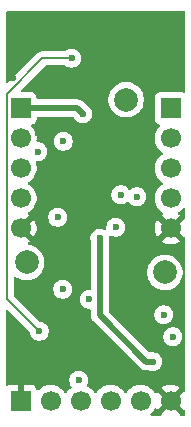
<source format=gbr>
%TF.GenerationSoftware,KiCad,Pcbnew,9.0.2*%
%TF.CreationDate,2025-10-14T12:10:58+02:00*%
%TF.ProjectId,1p6V_to_m1p6V_bias_gum,31703656-5f74-46f5-9f6d-317036565f62,rev?*%
%TF.SameCoordinates,Original*%
%TF.FileFunction,Copper,L3,Inr*%
%TF.FilePolarity,Positive*%
%FSLAX46Y46*%
G04 Gerber Fmt 4.6, Leading zero omitted, Abs format (unit mm)*
G04 Created by KiCad (PCBNEW 9.0.2) date 2025-10-14 12:10:58*
%MOMM*%
%LPD*%
G01*
G04 APERTURE LIST*
%TA.AperFunction,ComponentPad*%
%ADD10C,2.000000*%
%TD*%
%TA.AperFunction,ComponentPad*%
%ADD11R,1.700000X1.700000*%
%TD*%
%TA.AperFunction,ComponentPad*%
%ADD12C,1.700000*%
%TD*%
%TA.AperFunction,ViaPad*%
%ADD13C,0.600000*%
%TD*%
%TA.AperFunction,Conductor*%
%ADD14C,0.500000*%
%TD*%
%TA.AperFunction,Conductor*%
%ADD15C,0.200000*%
%TD*%
G04 APERTURE END LIST*
D10*
%TO.N,/3.3VA*%
%TO.C,TP1*%
X82750000Y-75200000D03*
%TD*%
D11*
%TO.N,/5V*%
%TO.C,CG1*%
X82240000Y-62150000D03*
D12*
%TO.N,/3.3V*%
X82240000Y-64690000D03*
%TO.N,/SDA*%
X82240000Y-67230000D03*
%TO.N,/SCL*%
X82240000Y-69770000D03*
%TO.N,GND*%
X82240000Y-72310000D03*
D11*
%TO.N,/5V*%
X94940000Y-62150000D03*
D12*
%TO.N,unconnected-(CG1-VDDIO-PadB2)*%
X94940000Y-64690000D03*
%TO.N,/-5V*%
X94940000Y-67230000D03*
%TO.N,/enable*%
X94940000Y-69770000D03*
%TO.N,GND*%
X94940000Y-72310000D03*
D11*
X82240000Y-86915000D03*
D12*
%TO.N,/V_bias*%
X84780000Y-86915000D03*
X87320000Y-86915000D03*
%TO.N,/Vout_diff*%
X89860000Y-86915000D03*
%TO.N,/Vout_B*%
X92400000Y-86915000D03*
%TO.N,GND*%
X94940000Y-86915000D03*
%TD*%
D10*
%TO.N,/V_bias*%
%TO.C,TP4*%
X91175000Y-61425000D03*
%TD*%
%TO.N,/-3.3VA*%
%TO.C,TP2*%
X94450000Y-76050000D03*
%TD*%
D13*
%TO.N,GND*%
X90050000Y-75575000D03*
X83700000Y-64275000D03*
X85377500Y-58997500D03*
X93720000Y-85730000D03*
X95370000Y-58380000D03*
X92250000Y-74375000D03*
X86330000Y-69450000D03*
X81630000Y-59580000D03*
X90125000Y-82375000D03*
X95390000Y-59620000D03*
X93425000Y-63800000D03*
X95390000Y-55980000D03*
X81630000Y-57200000D03*
X87950000Y-66300000D03*
X81630000Y-55940000D03*
X93450000Y-60825000D03*
X92625000Y-78675000D03*
X81610000Y-58340000D03*
X95390000Y-57240000D03*
%TO.N,/enable*%
X95120000Y-81490000D03*
X90300000Y-72225000D03*
X90719975Y-69480025D03*
%TO.N,/5V*%
X88950000Y-73135000D03*
X93420000Y-83600000D03*
X87500000Y-62625000D03*
%TO.N,/-5V*%
X92081251Y-69631251D03*
%TO.N,/3.3VA*%
X88060000Y-78330000D03*
X94350000Y-79625000D03*
X85375000Y-71375000D03*
%TO.N,/V_bias*%
X86550000Y-57925000D03*
X83820000Y-81030000D03*
%TO.N,Net-(U1-FB)*%
X87160000Y-85170000D03*
X85810000Y-77470000D03*
%TO.N,/SCL*%
X85857500Y-64950000D03*
%TO.N,/SDA*%
X83707264Y-65822753D03*
%TD*%
D14*
%TO.N,/5V*%
X93420000Y-83600000D02*
X92875000Y-83600000D01*
X87500000Y-62625000D02*
X87025000Y-62150000D01*
X88950000Y-79675000D02*
X88950000Y-73135000D01*
X92875000Y-83600000D02*
X88950000Y-79675000D01*
X87025000Y-62150000D02*
X82240000Y-62150000D01*
D15*
%TO.N,/V_bias*%
X81081000Y-60919000D02*
X81081000Y-75100000D01*
X81081000Y-78291000D02*
X83820000Y-81030000D01*
X84075000Y-57925000D02*
X81081000Y-60919000D01*
X81081000Y-75100000D02*
X81125000Y-75100000D01*
X86550000Y-57925000D02*
X84075000Y-57925000D01*
X81081000Y-75100000D02*
X81081000Y-78291000D01*
%TD*%
%TA.AperFunction,Conductor*%
%TO.N,GND*%
G36*
X94474075Y-87107993D02*
G01*
X94539901Y-87222007D01*
X94632993Y-87315099D01*
X94747007Y-87380925D01*
X94810590Y-87397962D01*
X94178282Y-88030269D01*
X94179109Y-88040770D01*
X94164745Y-88109148D01*
X94115694Y-88158905D01*
X94055491Y-88174500D01*
X93345689Y-88174500D01*
X93278650Y-88154815D01*
X93232895Y-88102011D01*
X93222951Y-88032853D01*
X93251976Y-87969297D01*
X93272804Y-87950181D01*
X93279792Y-87945104D01*
X93430104Y-87794792D01*
X93430106Y-87794788D01*
X93430109Y-87794786D01*
X93506055Y-87690254D01*
X93555051Y-87622816D01*
X93559793Y-87613508D01*
X93607763Y-87562711D01*
X93675583Y-87545911D01*
X93741719Y-87568445D01*
X93780763Y-87613500D01*
X93785373Y-87622547D01*
X93824728Y-87676716D01*
X94457037Y-87044408D01*
X94474075Y-87107993D01*
G37*
%TD.AperFunction*%
%TA.AperFunction,Conductor*%
G36*
X96055269Y-87676716D02*
G01*
X96065770Y-87675890D01*
X96134148Y-87690254D01*
X96183905Y-87739305D01*
X96199500Y-87799508D01*
X96199500Y-88050500D01*
X96179815Y-88117539D01*
X96127011Y-88163294D01*
X96075500Y-88174500D01*
X95824509Y-88174500D01*
X95757470Y-88154815D01*
X95711715Y-88102011D01*
X95700891Y-88040772D01*
X95701717Y-88030270D01*
X95069408Y-87397962D01*
X95132993Y-87380925D01*
X95247007Y-87315099D01*
X95340099Y-87222007D01*
X95405925Y-87107993D01*
X95422962Y-87044408D01*
X96055269Y-87676716D01*
G37*
%TD.AperFunction*%
%TA.AperFunction,Conductor*%
G36*
X96142539Y-53950185D02*
G01*
X96188294Y-54002989D01*
X96199500Y-54054500D01*
X96199500Y-60739960D01*
X96179815Y-60806999D01*
X96127011Y-60852754D01*
X96057853Y-60862698D01*
X96032167Y-60856142D01*
X95897482Y-60805908D01*
X95897483Y-60805908D01*
X95837883Y-60799501D01*
X95837881Y-60799500D01*
X95837873Y-60799500D01*
X95837864Y-60799500D01*
X94042129Y-60799500D01*
X94042123Y-60799501D01*
X93982516Y-60805908D01*
X93847671Y-60856202D01*
X93847664Y-60856206D01*
X93732455Y-60942452D01*
X93732452Y-60942455D01*
X93646206Y-61057664D01*
X93646202Y-61057671D01*
X93595908Y-61192517D01*
X93589501Y-61252116D01*
X93589501Y-61252123D01*
X93589500Y-61252135D01*
X93589500Y-63047870D01*
X93589501Y-63047876D01*
X93595908Y-63107483D01*
X93646202Y-63242328D01*
X93646206Y-63242335D01*
X93732452Y-63357544D01*
X93732455Y-63357547D01*
X93847664Y-63443793D01*
X93847671Y-63443797D01*
X93979082Y-63492810D01*
X94035016Y-63534681D01*
X94059433Y-63600145D01*
X94044582Y-63668418D01*
X94023431Y-63696673D01*
X93909889Y-63810215D01*
X93784951Y-63982179D01*
X93688444Y-64171585D01*
X93622753Y-64373760D01*
X93589500Y-64583713D01*
X93589500Y-64796286D01*
X93615838Y-64962581D01*
X93622754Y-65006243D01*
X93657559Y-65113362D01*
X93688444Y-65208414D01*
X93784951Y-65397820D01*
X93909890Y-65569786D01*
X94060213Y-65720109D01*
X94232182Y-65845050D01*
X94240946Y-65849516D01*
X94291742Y-65897491D01*
X94308536Y-65965312D01*
X94285998Y-66031447D01*
X94240946Y-66070484D01*
X94232182Y-66074949D01*
X94060213Y-66199890D01*
X93909890Y-66350213D01*
X93784951Y-66522179D01*
X93688444Y-66711585D01*
X93622753Y-66913760D01*
X93589500Y-67123713D01*
X93589500Y-67336286D01*
X93622753Y-67546239D01*
X93688444Y-67748414D01*
X93784951Y-67937820D01*
X93909890Y-68109786D01*
X94060213Y-68260109D01*
X94232182Y-68385050D01*
X94240946Y-68389516D01*
X94291742Y-68437491D01*
X94308536Y-68505312D01*
X94285998Y-68571447D01*
X94240946Y-68610484D01*
X94232182Y-68614949D01*
X94060213Y-68739890D01*
X93909890Y-68890213D01*
X93784951Y-69062179D01*
X93688444Y-69251585D01*
X93622753Y-69453760D01*
X93589500Y-69663713D01*
X93589500Y-69876286D01*
X93617597Y-70053687D01*
X93622754Y-70086243D01*
X93685880Y-70280525D01*
X93688444Y-70288414D01*
X93784951Y-70477820D01*
X93909890Y-70649786D01*
X94060213Y-70800109D01*
X94232179Y-70925048D01*
X94232181Y-70925049D01*
X94232184Y-70925051D01*
X94241493Y-70929794D01*
X94292290Y-70977766D01*
X94309087Y-71045587D01*
X94286552Y-71111722D01*
X94241505Y-71150760D01*
X94232446Y-71155376D01*
X94232440Y-71155380D01*
X94178282Y-71194727D01*
X94178282Y-71194728D01*
X94810591Y-71827037D01*
X94747007Y-71844075D01*
X94632993Y-71909901D01*
X94539901Y-72002993D01*
X94474075Y-72117007D01*
X94457037Y-72180591D01*
X93824728Y-71548282D01*
X93824727Y-71548282D01*
X93785380Y-71602439D01*
X93688904Y-71791782D01*
X93623242Y-71993869D01*
X93623242Y-71993872D01*
X93590000Y-72203753D01*
X93590000Y-72416246D01*
X93623242Y-72626127D01*
X93623242Y-72626130D01*
X93688904Y-72828217D01*
X93785375Y-73017550D01*
X93824728Y-73071716D01*
X94457037Y-72439408D01*
X94474075Y-72502993D01*
X94539901Y-72617007D01*
X94632993Y-72710099D01*
X94747007Y-72775925D01*
X94810590Y-72792962D01*
X94178282Y-73425269D01*
X94178282Y-73425270D01*
X94232449Y-73464624D01*
X94421782Y-73561095D01*
X94623870Y-73626757D01*
X94833754Y-73660000D01*
X95046246Y-73660000D01*
X95256127Y-73626757D01*
X95256130Y-73626757D01*
X95458217Y-73561095D01*
X95647554Y-73464622D01*
X95701716Y-73425270D01*
X95701717Y-73425270D01*
X95069408Y-72792962D01*
X95132993Y-72775925D01*
X95247007Y-72710099D01*
X95340099Y-72617007D01*
X95405925Y-72502993D01*
X95422962Y-72439408D01*
X96055269Y-73071716D01*
X96065770Y-73070890D01*
X96134148Y-73085254D01*
X96183905Y-73134305D01*
X96199500Y-73194508D01*
X96199500Y-86030490D01*
X96179815Y-86097529D01*
X96127011Y-86143284D01*
X96065772Y-86154108D01*
X96055270Y-86153281D01*
X95422962Y-86785590D01*
X95405925Y-86722007D01*
X95340099Y-86607993D01*
X95247007Y-86514901D01*
X95132993Y-86449075D01*
X95069409Y-86432037D01*
X95701716Y-85799728D01*
X95647550Y-85760375D01*
X95458217Y-85663904D01*
X95256129Y-85598242D01*
X95046246Y-85565000D01*
X94833754Y-85565000D01*
X94623872Y-85598242D01*
X94623869Y-85598242D01*
X94421782Y-85663904D01*
X94232439Y-85760380D01*
X94178282Y-85799727D01*
X94178282Y-85799728D01*
X94810591Y-86432037D01*
X94747007Y-86449075D01*
X94632993Y-86514901D01*
X94539901Y-86607993D01*
X94474075Y-86722007D01*
X94457037Y-86785591D01*
X93824728Y-86153282D01*
X93824727Y-86153282D01*
X93785380Y-86207440D01*
X93785376Y-86207446D01*
X93780760Y-86216505D01*
X93732781Y-86267297D01*
X93664959Y-86284087D01*
X93598826Y-86261543D01*
X93559794Y-86216493D01*
X93555051Y-86207184D01*
X93555049Y-86207181D01*
X93555048Y-86207179D01*
X93430109Y-86035213D01*
X93279786Y-85884890D01*
X93107820Y-85759951D01*
X92918414Y-85663444D01*
X92918413Y-85663443D01*
X92918412Y-85663443D01*
X92716243Y-85597754D01*
X92716241Y-85597753D01*
X92716240Y-85597753D01*
X92554957Y-85572208D01*
X92506287Y-85564500D01*
X92293713Y-85564500D01*
X92245042Y-85572208D01*
X92083760Y-85597753D01*
X91881585Y-85663444D01*
X91692179Y-85759951D01*
X91520213Y-85884890D01*
X91369890Y-86035213D01*
X91244949Y-86207182D01*
X91240484Y-86215946D01*
X91192509Y-86266742D01*
X91124688Y-86283536D01*
X91058553Y-86260998D01*
X91019516Y-86215946D01*
X91015050Y-86207182D01*
X90890109Y-86035213D01*
X90739786Y-85884890D01*
X90567820Y-85759951D01*
X90378414Y-85663444D01*
X90378413Y-85663443D01*
X90378412Y-85663443D01*
X90176243Y-85597754D01*
X90176241Y-85597753D01*
X90176240Y-85597753D01*
X90014957Y-85572208D01*
X89966287Y-85564500D01*
X89753713Y-85564500D01*
X89705042Y-85572208D01*
X89543760Y-85597753D01*
X89341585Y-85663444D01*
X89152179Y-85759951D01*
X88980213Y-85884890D01*
X88829890Y-86035213D01*
X88704949Y-86207182D01*
X88700484Y-86215946D01*
X88652509Y-86266742D01*
X88584688Y-86283536D01*
X88518553Y-86260998D01*
X88479516Y-86215946D01*
X88475050Y-86207182D01*
X88350109Y-86035213D01*
X88199786Y-85884890D01*
X88027819Y-85759951D01*
X88027818Y-85759950D01*
X88027816Y-85759949D01*
X87927044Y-85708603D01*
X87876248Y-85660628D01*
X87859453Y-85592807D01*
X87868778Y-85550665D01*
X87869394Y-85549179D01*
X87929737Y-85403497D01*
X87960500Y-85248842D01*
X87960500Y-85091158D01*
X87960500Y-85091155D01*
X87960499Y-85091153D01*
X87929738Y-84936510D01*
X87929737Y-84936503D01*
X87929735Y-84936498D01*
X87869397Y-84790827D01*
X87869390Y-84790814D01*
X87781789Y-84659711D01*
X87781786Y-84659707D01*
X87670292Y-84548213D01*
X87670288Y-84548210D01*
X87539185Y-84460609D01*
X87539172Y-84460602D01*
X87393501Y-84400264D01*
X87393489Y-84400261D01*
X87238845Y-84369500D01*
X87238842Y-84369500D01*
X87081158Y-84369500D01*
X87081155Y-84369500D01*
X86926510Y-84400261D01*
X86926498Y-84400264D01*
X86780827Y-84460602D01*
X86780814Y-84460609D01*
X86649711Y-84548210D01*
X86649707Y-84548213D01*
X86538213Y-84659707D01*
X86538210Y-84659711D01*
X86450609Y-84790814D01*
X86450602Y-84790827D01*
X86390264Y-84936498D01*
X86390261Y-84936510D01*
X86359500Y-85091153D01*
X86359500Y-85248846D01*
X86390261Y-85403489D01*
X86390264Y-85403501D01*
X86450602Y-85549172D01*
X86450612Y-85549190D01*
X86531979Y-85670965D01*
X86552857Y-85737642D01*
X86534372Y-85805022D01*
X86501763Y-85840173D01*
X86440209Y-85884894D01*
X86289890Y-86035213D01*
X86164949Y-86207182D01*
X86160484Y-86215946D01*
X86112509Y-86266742D01*
X86044688Y-86283536D01*
X85978553Y-86260998D01*
X85939516Y-86215946D01*
X85935050Y-86207182D01*
X85810109Y-86035213D01*
X85659786Y-85884890D01*
X85487820Y-85759951D01*
X85298414Y-85663444D01*
X85298413Y-85663443D01*
X85298412Y-85663443D01*
X85096243Y-85597754D01*
X85096241Y-85597753D01*
X85096240Y-85597753D01*
X84934957Y-85572208D01*
X84886287Y-85564500D01*
X84673713Y-85564500D01*
X84625042Y-85572208D01*
X84463760Y-85597753D01*
X84261585Y-85663444D01*
X84072179Y-85759951D01*
X83900215Y-85884889D01*
X83786285Y-85998819D01*
X83724962Y-86032303D01*
X83655270Y-86027319D01*
X83599337Y-85985447D01*
X83582422Y-85954470D01*
X83533354Y-85822913D01*
X83533350Y-85822906D01*
X83447190Y-85707812D01*
X83447187Y-85707809D01*
X83332093Y-85621649D01*
X83332086Y-85621645D01*
X83197379Y-85571403D01*
X83197372Y-85571401D01*
X83137844Y-85565000D01*
X82490000Y-85565000D01*
X82490000Y-86481988D01*
X82432993Y-86449075D01*
X82305826Y-86415000D01*
X82174174Y-86415000D01*
X82047007Y-86449075D01*
X81990000Y-86481988D01*
X81990000Y-85565000D01*
X81342155Y-85565000D01*
X81282627Y-85571401D01*
X81282619Y-85571403D01*
X81147833Y-85621675D01*
X81078141Y-85626659D01*
X81016818Y-85593174D01*
X80983334Y-85531850D01*
X80980500Y-85505493D01*
X80980500Y-79339097D01*
X81000185Y-79272058D01*
X81052989Y-79226303D01*
X81122147Y-79216359D01*
X81185703Y-79245384D01*
X81192181Y-79251416D01*
X82985425Y-81044660D01*
X83018910Y-81105983D01*
X83019361Y-81108149D01*
X83050261Y-81263491D01*
X83050264Y-81263501D01*
X83110602Y-81409172D01*
X83110609Y-81409185D01*
X83198210Y-81540288D01*
X83198213Y-81540292D01*
X83309707Y-81651786D01*
X83309711Y-81651789D01*
X83440814Y-81739390D01*
X83440827Y-81739397D01*
X83586498Y-81799735D01*
X83586503Y-81799737D01*
X83741153Y-81830499D01*
X83741156Y-81830500D01*
X83741158Y-81830500D01*
X83898844Y-81830500D01*
X83898845Y-81830499D01*
X84053497Y-81799737D01*
X84199179Y-81739394D01*
X84330289Y-81651789D01*
X84441789Y-81540289D01*
X84529394Y-81409179D01*
X84589737Y-81263497D01*
X84620500Y-81108842D01*
X84620500Y-80951158D01*
X84620500Y-80951155D01*
X84620499Y-80951153D01*
X84604001Y-80868213D01*
X84589737Y-80796503D01*
X84558157Y-80720261D01*
X84529397Y-80650827D01*
X84529390Y-80650814D01*
X84441789Y-80519711D01*
X84441786Y-80519707D01*
X84330292Y-80408213D01*
X84330288Y-80408210D01*
X84199185Y-80320609D01*
X84199172Y-80320602D01*
X84053501Y-80260264D01*
X84053491Y-80260261D01*
X83898149Y-80229361D01*
X83836238Y-80196976D01*
X83834660Y-80195425D01*
X81717819Y-78078584D01*
X81684334Y-78017261D01*
X81681500Y-77990903D01*
X81681500Y-77391153D01*
X85009500Y-77391153D01*
X85009500Y-77548846D01*
X85040261Y-77703489D01*
X85040264Y-77703501D01*
X85100602Y-77849172D01*
X85100609Y-77849185D01*
X85188210Y-77980288D01*
X85188213Y-77980292D01*
X85299707Y-78091786D01*
X85299711Y-78091789D01*
X85430814Y-78179390D01*
X85430827Y-78179397D01*
X85576498Y-78239735D01*
X85576503Y-78239737D01*
X85731153Y-78270499D01*
X85731156Y-78270500D01*
X85731158Y-78270500D01*
X85888844Y-78270500D01*
X85888845Y-78270499D01*
X85986105Y-78251153D01*
X87259500Y-78251153D01*
X87259500Y-78408846D01*
X87290261Y-78563489D01*
X87290264Y-78563501D01*
X87350602Y-78709172D01*
X87350609Y-78709185D01*
X87438210Y-78840288D01*
X87438213Y-78840292D01*
X87549707Y-78951786D01*
X87549711Y-78951789D01*
X87680814Y-79039390D01*
X87680827Y-79039397D01*
X87826498Y-79099735D01*
X87826503Y-79099737D01*
X87920499Y-79118434D01*
X87981153Y-79130499D01*
X87981156Y-79130500D01*
X88075500Y-79130500D01*
X88142539Y-79150185D01*
X88188294Y-79202989D01*
X88199500Y-79254500D01*
X88199500Y-79748918D01*
X88199500Y-79748920D01*
X88199499Y-79748920D01*
X88228340Y-79893907D01*
X88228343Y-79893917D01*
X88284913Y-80030490D01*
X88284916Y-80030495D01*
X88301695Y-80055608D01*
X88367046Y-80153414D01*
X88367052Y-80153421D01*
X92396580Y-84182948D01*
X92396584Y-84182951D01*
X92519498Y-84265080D01*
X92519511Y-84265087D01*
X92626469Y-84309390D01*
X92656087Y-84321658D01*
X92656091Y-84321658D01*
X92656092Y-84321659D01*
X92801079Y-84350500D01*
X92801082Y-84350500D01*
X92948917Y-84350500D01*
X93115396Y-84350500D01*
X93162844Y-84359937D01*
X93186503Y-84369737D01*
X93186508Y-84369738D01*
X93186511Y-84369739D01*
X93341153Y-84400499D01*
X93341156Y-84400500D01*
X93341158Y-84400500D01*
X93498844Y-84400500D01*
X93498845Y-84400499D01*
X93653497Y-84369737D01*
X93799179Y-84309394D01*
X93930289Y-84221789D01*
X94041789Y-84110289D01*
X94129394Y-83979179D01*
X94189737Y-83833497D01*
X94220500Y-83678842D01*
X94220500Y-83521158D01*
X94220500Y-83521155D01*
X94220499Y-83521153D01*
X94189738Y-83366510D01*
X94189737Y-83366503D01*
X94189735Y-83366498D01*
X94129397Y-83220827D01*
X94129390Y-83220814D01*
X94041789Y-83089711D01*
X94041786Y-83089707D01*
X93930292Y-82978213D01*
X93930288Y-82978210D01*
X93799185Y-82890609D01*
X93799172Y-82890602D01*
X93653501Y-82830264D01*
X93653489Y-82830261D01*
X93498845Y-82799500D01*
X93498842Y-82799500D01*
X93341158Y-82799500D01*
X93341155Y-82799500D01*
X93234932Y-82820629D01*
X93165341Y-82814402D01*
X93123060Y-82786693D01*
X91829114Y-81492747D01*
X91747520Y-81411153D01*
X94319500Y-81411153D01*
X94319500Y-81568846D01*
X94350261Y-81723489D01*
X94350264Y-81723501D01*
X94410602Y-81869172D01*
X94410609Y-81869185D01*
X94498210Y-82000288D01*
X94498213Y-82000292D01*
X94609707Y-82111786D01*
X94609711Y-82111789D01*
X94740814Y-82199390D01*
X94740827Y-82199397D01*
X94886498Y-82259735D01*
X94886503Y-82259737D01*
X95041153Y-82290499D01*
X95041156Y-82290500D01*
X95041158Y-82290500D01*
X95198844Y-82290500D01*
X95198845Y-82290499D01*
X95353497Y-82259737D01*
X95499179Y-82199394D01*
X95630289Y-82111789D01*
X95741789Y-82000289D01*
X95829394Y-81869179D01*
X95889737Y-81723497D01*
X95920500Y-81568842D01*
X95920500Y-81411158D01*
X95920500Y-81411155D01*
X95920499Y-81411153D01*
X95891127Y-81263491D01*
X95889737Y-81256503D01*
X95889735Y-81256498D01*
X95829397Y-81110827D01*
X95829390Y-81110814D01*
X95741789Y-80979711D01*
X95741786Y-80979707D01*
X95630292Y-80868213D01*
X95630288Y-80868210D01*
X95499185Y-80780609D01*
X95499172Y-80780602D01*
X95353501Y-80720264D01*
X95353489Y-80720261D01*
X95198845Y-80689500D01*
X95198842Y-80689500D01*
X95041158Y-80689500D01*
X95041155Y-80689500D01*
X94886510Y-80720261D01*
X94886498Y-80720264D01*
X94740827Y-80780602D01*
X94740814Y-80780609D01*
X94609711Y-80868210D01*
X94609707Y-80868213D01*
X94498213Y-80979707D01*
X94498210Y-80979711D01*
X94410609Y-81110814D01*
X94410602Y-81110827D01*
X94350264Y-81256498D01*
X94350261Y-81256510D01*
X94319500Y-81411153D01*
X91747520Y-81411153D01*
X91415102Y-81078735D01*
X89882521Y-79546153D01*
X93549500Y-79546153D01*
X93549500Y-79703846D01*
X93580261Y-79858489D01*
X93580264Y-79858501D01*
X93640602Y-80004172D01*
X93640609Y-80004185D01*
X93728210Y-80135288D01*
X93728213Y-80135292D01*
X93839707Y-80246786D01*
X93839711Y-80246789D01*
X93970814Y-80334390D01*
X93970827Y-80334397D01*
X94116498Y-80394735D01*
X94116503Y-80394737D01*
X94271153Y-80425499D01*
X94271156Y-80425500D01*
X94271158Y-80425500D01*
X94428844Y-80425500D01*
X94428845Y-80425499D01*
X94583497Y-80394737D01*
X94729179Y-80334394D01*
X94860289Y-80246789D01*
X94971789Y-80135289D01*
X95059394Y-80004179D01*
X95119737Y-79858497D01*
X95150500Y-79703842D01*
X95150500Y-79546158D01*
X95150500Y-79546155D01*
X95150499Y-79546153D01*
X95119738Y-79391510D01*
X95119737Y-79391503D01*
X95061712Y-79251416D01*
X95059397Y-79245827D01*
X95059390Y-79245814D01*
X94971789Y-79114711D01*
X94971786Y-79114707D01*
X94860292Y-79003213D01*
X94860288Y-79003210D01*
X94729185Y-78915609D01*
X94729172Y-78915602D01*
X94583501Y-78855264D01*
X94583489Y-78855261D01*
X94428845Y-78824500D01*
X94428842Y-78824500D01*
X94271158Y-78824500D01*
X94271155Y-78824500D01*
X94116510Y-78855261D01*
X94116498Y-78855264D01*
X93970827Y-78915602D01*
X93970814Y-78915609D01*
X93839711Y-79003210D01*
X93839707Y-79003213D01*
X93728213Y-79114707D01*
X93728210Y-79114711D01*
X93640609Y-79245814D01*
X93640602Y-79245827D01*
X93580264Y-79391498D01*
X93580261Y-79391510D01*
X93549500Y-79546153D01*
X89882521Y-79546153D01*
X89736819Y-79400451D01*
X89703334Y-79339128D01*
X89700500Y-79312770D01*
X89700500Y-75931902D01*
X92949500Y-75931902D01*
X92949500Y-76168097D01*
X92986446Y-76401368D01*
X93059433Y-76625996D01*
X93166657Y-76836433D01*
X93305483Y-77027510D01*
X93472490Y-77194517D01*
X93663567Y-77333343D01*
X93762991Y-77384002D01*
X93874003Y-77440566D01*
X93874005Y-77440566D01*
X93874008Y-77440568D01*
X93994412Y-77479689D01*
X94098631Y-77513553D01*
X94331903Y-77550500D01*
X94331908Y-77550500D01*
X94568097Y-77550500D01*
X94801368Y-77513553D01*
X95025992Y-77440568D01*
X95236433Y-77333343D01*
X95427510Y-77194517D01*
X95594517Y-77027510D01*
X95733343Y-76836433D01*
X95840568Y-76625992D01*
X95913553Y-76401368D01*
X95936969Y-76253527D01*
X95950500Y-76168097D01*
X95950500Y-75931902D01*
X95913553Y-75698631D01*
X95840566Y-75474003D01*
X95733342Y-75263566D01*
X95594517Y-75072490D01*
X95427510Y-74905483D01*
X95236433Y-74766657D01*
X95025996Y-74659433D01*
X94801368Y-74586446D01*
X94568097Y-74549500D01*
X94568092Y-74549500D01*
X94331908Y-74549500D01*
X94331903Y-74549500D01*
X94098631Y-74586446D01*
X93874003Y-74659433D01*
X93663566Y-74766657D01*
X93554550Y-74845862D01*
X93472490Y-74905483D01*
X93472488Y-74905485D01*
X93472487Y-74905485D01*
X93305485Y-75072487D01*
X93305485Y-75072488D01*
X93305483Y-75072490D01*
X93245862Y-75154550D01*
X93166657Y-75263566D01*
X93059433Y-75474003D01*
X92986446Y-75698631D01*
X92949500Y-75931902D01*
X89700500Y-75931902D01*
X89700500Y-73439604D01*
X89700820Y-73437555D01*
X89700539Y-73436498D01*
X89702251Y-73428421D01*
X89706435Y-73401700D01*
X89707989Y-73396857D01*
X89719737Y-73368497D01*
X89750500Y-73213842D01*
X89750500Y-73056158D01*
X89750500Y-73050066D01*
X89753209Y-73050066D01*
X89764049Y-72992906D01*
X89812113Y-72942195D01*
X89879964Y-72925519D01*
X89921884Y-72934834D01*
X90066503Y-72994737D01*
X90221153Y-73025499D01*
X90221156Y-73025500D01*
X90221158Y-73025500D01*
X90378844Y-73025500D01*
X90378845Y-73025499D01*
X90533497Y-72994737D01*
X90660346Y-72942195D01*
X90679172Y-72934397D01*
X90679172Y-72934396D01*
X90679179Y-72934394D01*
X90810289Y-72846789D01*
X90921789Y-72735289D01*
X91009394Y-72604179D01*
X91069737Y-72458497D01*
X91100500Y-72303842D01*
X91100500Y-72146158D01*
X91100500Y-72146155D01*
X91100499Y-72146153D01*
X91080486Y-72045541D01*
X91069737Y-71991503D01*
X91035937Y-71909901D01*
X91009397Y-71845827D01*
X91009390Y-71845814D01*
X90921789Y-71714711D01*
X90921786Y-71714707D01*
X90810292Y-71603213D01*
X90810288Y-71603210D01*
X90679185Y-71515609D01*
X90679172Y-71515602D01*
X90533501Y-71455264D01*
X90533489Y-71455261D01*
X90378845Y-71424500D01*
X90378842Y-71424500D01*
X90221158Y-71424500D01*
X90221155Y-71424500D01*
X90066510Y-71455261D01*
X90066498Y-71455264D01*
X89920827Y-71515602D01*
X89920814Y-71515609D01*
X89789711Y-71603210D01*
X89789707Y-71603213D01*
X89678213Y-71714707D01*
X89678210Y-71714711D01*
X89590609Y-71845814D01*
X89590602Y-71845827D01*
X89530264Y-71991498D01*
X89530261Y-71991510D01*
X89499500Y-72146153D01*
X89499500Y-72309934D01*
X89496821Y-72309934D01*
X89485875Y-72367240D01*
X89437743Y-72417887D01*
X89369870Y-72434472D01*
X89328113Y-72425164D01*
X89183501Y-72365264D01*
X89183489Y-72365261D01*
X89028845Y-72334500D01*
X89028842Y-72334500D01*
X88871158Y-72334500D01*
X88871155Y-72334500D01*
X88716510Y-72365261D01*
X88716498Y-72365264D01*
X88570827Y-72425602D01*
X88570814Y-72425609D01*
X88439711Y-72513210D01*
X88439707Y-72513213D01*
X88328213Y-72624707D01*
X88328210Y-72624711D01*
X88240609Y-72755814D01*
X88240602Y-72755827D01*
X88180264Y-72901498D01*
X88180261Y-72901510D01*
X88149500Y-73056153D01*
X88149500Y-73213846D01*
X88180261Y-73368489D01*
X88180263Y-73368497D01*
X88190061Y-73392151D01*
X88199500Y-73439604D01*
X88199500Y-77405500D01*
X88179815Y-77472539D01*
X88127011Y-77518294D01*
X88075500Y-77529500D01*
X87981155Y-77529500D01*
X87826510Y-77560261D01*
X87826498Y-77560264D01*
X87680827Y-77620602D01*
X87680814Y-77620609D01*
X87549711Y-77708210D01*
X87549707Y-77708213D01*
X87438213Y-77819707D01*
X87438210Y-77819711D01*
X87350609Y-77950814D01*
X87350602Y-77950827D01*
X87290264Y-78096498D01*
X87290261Y-78096510D01*
X87259500Y-78251153D01*
X85986105Y-78251153D01*
X86043497Y-78239737D01*
X86189179Y-78179394D01*
X86189185Y-78179390D01*
X86245198Y-78141964D01*
X86284691Y-78115574D01*
X86320289Y-78091789D01*
X86431789Y-77980289D01*
X86519394Y-77849179D01*
X86579737Y-77703497D01*
X86610500Y-77548842D01*
X86610500Y-77391158D01*
X86610500Y-77391155D01*
X86610499Y-77391153D01*
X86599000Y-77333343D01*
X86579737Y-77236503D01*
X86562345Y-77194514D01*
X86519397Y-77090827D01*
X86519390Y-77090814D01*
X86431789Y-76959711D01*
X86431786Y-76959707D01*
X86320292Y-76848213D01*
X86320288Y-76848210D01*
X86189185Y-76760609D01*
X86189172Y-76760602D01*
X86043501Y-76700264D01*
X86043489Y-76700261D01*
X85888845Y-76669500D01*
X85888842Y-76669500D01*
X85731158Y-76669500D01*
X85731155Y-76669500D01*
X85576510Y-76700261D01*
X85576498Y-76700264D01*
X85430827Y-76760602D01*
X85430814Y-76760609D01*
X85299711Y-76848210D01*
X85299707Y-76848213D01*
X85188213Y-76959707D01*
X85188210Y-76959711D01*
X85100609Y-77090814D01*
X85100602Y-77090827D01*
X85040264Y-77236498D01*
X85040261Y-77236510D01*
X85009500Y-77391153D01*
X81681500Y-77391153D01*
X81681500Y-76521772D01*
X81701185Y-76454733D01*
X81753989Y-76408978D01*
X81823147Y-76399034D01*
X81878386Y-76421455D01*
X81963562Y-76483340D01*
X81963564Y-76483341D01*
X81963567Y-76483343D01*
X82038988Y-76521772D01*
X82174003Y-76590566D01*
X82174005Y-76590566D01*
X82174008Y-76590568D01*
X82283032Y-76625992D01*
X82398631Y-76663553D01*
X82631903Y-76700500D01*
X82631908Y-76700500D01*
X82868097Y-76700500D01*
X83101368Y-76663553D01*
X83325992Y-76590568D01*
X83536433Y-76483343D01*
X83727510Y-76344517D01*
X83894517Y-76177510D01*
X84033343Y-75986433D01*
X84140568Y-75775992D01*
X84213553Y-75551368D01*
X84225806Y-75474008D01*
X84250500Y-75318097D01*
X84250500Y-75081902D01*
X84213553Y-74848631D01*
X84140566Y-74624003D01*
X84033342Y-74413566D01*
X83894517Y-74222490D01*
X83727510Y-74055483D01*
X83536433Y-73916657D01*
X83325996Y-73809433D01*
X83101369Y-73736447D01*
X82953985Y-73713103D01*
X82890851Y-73683173D01*
X82853920Y-73623862D01*
X82854918Y-73553999D01*
X82893528Y-73495767D01*
X82917091Y-73480144D01*
X82947554Y-73464622D01*
X83001716Y-73425270D01*
X83001717Y-73425270D01*
X82369409Y-72792962D01*
X82432993Y-72775925D01*
X82547007Y-72710099D01*
X82640099Y-72617007D01*
X82705925Y-72502993D01*
X82722962Y-72439408D01*
X83355270Y-73071717D01*
X83355270Y-73071716D01*
X83394622Y-73017554D01*
X83491095Y-72828217D01*
X83556757Y-72626130D01*
X83556757Y-72626127D01*
X83590000Y-72416246D01*
X83590000Y-72203753D01*
X83556757Y-71993872D01*
X83556757Y-71993869D01*
X83491095Y-71791782D01*
X83394624Y-71602449D01*
X83355270Y-71548282D01*
X83355269Y-71548282D01*
X82722962Y-72180590D01*
X82705925Y-72117007D01*
X82640099Y-72002993D01*
X82547007Y-71909901D01*
X82432993Y-71844075D01*
X82369407Y-71827036D01*
X82900292Y-71296153D01*
X84574500Y-71296153D01*
X84574500Y-71453846D01*
X84605261Y-71608489D01*
X84605264Y-71608501D01*
X84665602Y-71754172D01*
X84665609Y-71754185D01*
X84753210Y-71885288D01*
X84753213Y-71885292D01*
X84864707Y-71996786D01*
X84864711Y-71996789D01*
X84995814Y-72084390D01*
X84995827Y-72084397D01*
X85074556Y-72117007D01*
X85141503Y-72144737D01*
X85296153Y-72175499D01*
X85296156Y-72175500D01*
X85296158Y-72175500D01*
X85453844Y-72175500D01*
X85453845Y-72175499D01*
X85608497Y-72144737D01*
X85754179Y-72084394D01*
X85885289Y-71996789D01*
X85996789Y-71885289D01*
X86084394Y-71754179D01*
X86144737Y-71608497D01*
X86175500Y-71453842D01*
X86175500Y-71296158D01*
X86175500Y-71296155D01*
X86175499Y-71296153D01*
X86147497Y-71155380D01*
X86144737Y-71141503D01*
X86136037Y-71120500D01*
X86084397Y-70995827D01*
X86084390Y-70995814D01*
X85996789Y-70864711D01*
X85996786Y-70864707D01*
X85885292Y-70753213D01*
X85885288Y-70753210D01*
X85754185Y-70665609D01*
X85754172Y-70665602D01*
X85608501Y-70605264D01*
X85608489Y-70605261D01*
X85453845Y-70574500D01*
X85453842Y-70574500D01*
X85296158Y-70574500D01*
X85296155Y-70574500D01*
X85141510Y-70605261D01*
X85141498Y-70605264D01*
X84995827Y-70665602D01*
X84995814Y-70665609D01*
X84864711Y-70753210D01*
X84864707Y-70753213D01*
X84753213Y-70864707D01*
X84753210Y-70864711D01*
X84665609Y-70995814D01*
X84665602Y-70995827D01*
X84605264Y-71141498D01*
X84605261Y-71141510D01*
X84574500Y-71296153D01*
X82900292Y-71296153D01*
X82994060Y-71202385D01*
X83001716Y-71194728D01*
X82947547Y-71155373D01*
X82947547Y-71155372D01*
X82938500Y-71150763D01*
X82887706Y-71102788D01*
X82870912Y-71034966D01*
X82893451Y-70968832D01*
X82938508Y-70929793D01*
X82947816Y-70925051D01*
X83027007Y-70867515D01*
X83119786Y-70800109D01*
X83119788Y-70800106D01*
X83119792Y-70800104D01*
X83270104Y-70649792D01*
X83270106Y-70649788D01*
X83270109Y-70649786D01*
X83395048Y-70477820D01*
X83395047Y-70477820D01*
X83395051Y-70477816D01*
X83491557Y-70288412D01*
X83557246Y-70086243D01*
X83590500Y-69876287D01*
X83590500Y-69663713D01*
X83557246Y-69453757D01*
X83540162Y-69401178D01*
X89919475Y-69401178D01*
X89919475Y-69558871D01*
X89950236Y-69713514D01*
X89950239Y-69713526D01*
X90010577Y-69859197D01*
X90010584Y-69859210D01*
X90098185Y-69990313D01*
X90098188Y-69990317D01*
X90209682Y-70101811D01*
X90209686Y-70101814D01*
X90340789Y-70189415D01*
X90340802Y-70189422D01*
X90486473Y-70249760D01*
X90486478Y-70249762D01*
X90641128Y-70280524D01*
X90641131Y-70280525D01*
X90641133Y-70280525D01*
X90798819Y-70280525D01*
X90798820Y-70280524D01*
X90953472Y-70249762D01*
X91066141Y-70203092D01*
X91099147Y-70189422D01*
X91099147Y-70189421D01*
X91099154Y-70189419D01*
X91230264Y-70101814D01*
X91244905Y-70087172D01*
X91306226Y-70053687D01*
X91375917Y-70058670D01*
X91431852Y-70100540D01*
X91435689Y-70105962D01*
X91459461Y-70141539D01*
X91459464Y-70141543D01*
X91570958Y-70253037D01*
X91570962Y-70253040D01*
X91702065Y-70340641D01*
X91702078Y-70340648D01*
X91847749Y-70400986D01*
X91847754Y-70400988D01*
X92002404Y-70431750D01*
X92002407Y-70431751D01*
X92002409Y-70431751D01*
X92160095Y-70431751D01*
X92160096Y-70431750D01*
X92314748Y-70400988D01*
X92460430Y-70340645D01*
X92591540Y-70253040D01*
X92703040Y-70141540D01*
X92790645Y-70010430D01*
X92850988Y-69864748D01*
X92881751Y-69710093D01*
X92881751Y-69552409D01*
X92881751Y-69552406D01*
X92881750Y-69552404D01*
X92850989Y-69397761D01*
X92850988Y-69397754D01*
X92800570Y-69276033D01*
X92790648Y-69252078D01*
X92790641Y-69252065D01*
X92703040Y-69120962D01*
X92703037Y-69120958D01*
X92591543Y-69009464D01*
X92591539Y-69009461D01*
X92460436Y-68921860D01*
X92460423Y-68921853D01*
X92314752Y-68861515D01*
X92314740Y-68861512D01*
X92160096Y-68830751D01*
X92160093Y-68830751D01*
X92002409Y-68830751D01*
X92002406Y-68830751D01*
X91847761Y-68861512D01*
X91847749Y-68861515D01*
X91702078Y-68921853D01*
X91702065Y-68921860D01*
X91570962Y-69009461D01*
X91556317Y-69024106D01*
X91494993Y-69057589D01*
X91425301Y-69052603D01*
X91369369Y-69010730D01*
X91365536Y-69005313D01*
X91341764Y-68969735D01*
X91230267Y-68858238D01*
X91230263Y-68858235D01*
X91099160Y-68770634D01*
X91099147Y-68770627D01*
X90953476Y-68710289D01*
X90953464Y-68710286D01*
X90798820Y-68679525D01*
X90798817Y-68679525D01*
X90641133Y-68679525D01*
X90641130Y-68679525D01*
X90486485Y-68710286D01*
X90486473Y-68710289D01*
X90340802Y-68770627D01*
X90340789Y-68770634D01*
X90209686Y-68858235D01*
X90209682Y-68858238D01*
X90098188Y-68969732D01*
X90098185Y-68969736D01*
X90010584Y-69100839D01*
X90010577Y-69100852D01*
X89950239Y-69246523D01*
X89950236Y-69246535D01*
X89919475Y-69401178D01*
X83540162Y-69401178D01*
X83491557Y-69251588D01*
X83395051Y-69062184D01*
X83395049Y-69062181D01*
X83395048Y-69062179D01*
X83270109Y-68890213D01*
X83119786Y-68739890D01*
X82947820Y-68614951D01*
X82947115Y-68614591D01*
X82939054Y-68610485D01*
X82888259Y-68562512D01*
X82871463Y-68494692D01*
X82893999Y-68428556D01*
X82939054Y-68389515D01*
X82947816Y-68385051D01*
X82969789Y-68369086D01*
X83119786Y-68260109D01*
X83119788Y-68260106D01*
X83119792Y-68260104D01*
X83270104Y-68109792D01*
X83270106Y-68109788D01*
X83270109Y-68109786D01*
X83395048Y-67937820D01*
X83395047Y-67937820D01*
X83395051Y-67937816D01*
X83491557Y-67748412D01*
X83557246Y-67546243D01*
X83590500Y-67336287D01*
X83590500Y-67123713D01*
X83557246Y-66913757D01*
X83515594Y-66785568D01*
X83513600Y-66715730D01*
X83549680Y-66655897D01*
X83612381Y-66625069D01*
X83633526Y-66623253D01*
X83786108Y-66623253D01*
X83786109Y-66623252D01*
X83940761Y-66592490D01*
X84086443Y-66532147D01*
X84217553Y-66444542D01*
X84329053Y-66333042D01*
X84416658Y-66201932D01*
X84477001Y-66056250D01*
X84507764Y-65901595D01*
X84507764Y-65743911D01*
X84507764Y-65743908D01*
X84507763Y-65743906D01*
X84490952Y-65659394D01*
X84477001Y-65589256D01*
X84466044Y-65562804D01*
X84416661Y-65443580D01*
X84416654Y-65443567D01*
X84329053Y-65312464D01*
X84329050Y-65312460D01*
X84217556Y-65200966D01*
X84217552Y-65200963D01*
X84086449Y-65113362D01*
X84086436Y-65113355D01*
X83940765Y-65053017D01*
X83940753Y-65053014D01*
X83786109Y-65022253D01*
X83786106Y-65022253D01*
X83699895Y-65022253D01*
X83681957Y-65016986D01*
X83663266Y-65016719D01*
X83649129Y-65007346D01*
X83632856Y-65002568D01*
X83620614Y-64988440D01*
X83605033Y-64978110D01*
X83598207Y-64962581D01*
X83587101Y-64949764D01*
X83584440Y-64931261D01*
X83576918Y-64914147D01*
X83577374Y-64882118D01*
X83577157Y-64880606D01*
X83577395Y-64879023D01*
X83578642Y-64871153D01*
X85057000Y-64871153D01*
X85057000Y-65028846D01*
X85087761Y-65183489D01*
X85087764Y-65183501D01*
X85148102Y-65329172D01*
X85148109Y-65329185D01*
X85235710Y-65460288D01*
X85235713Y-65460292D01*
X85347207Y-65571786D01*
X85347211Y-65571789D01*
X85478314Y-65659390D01*
X85478327Y-65659397D01*
X85623998Y-65719735D01*
X85624003Y-65719737D01*
X85778653Y-65750499D01*
X85778656Y-65750500D01*
X85778658Y-65750500D01*
X85936344Y-65750500D01*
X85936345Y-65750499D01*
X86090997Y-65719737D01*
X86236679Y-65659394D01*
X86367789Y-65571789D01*
X86479289Y-65460289D01*
X86566894Y-65329179D01*
X86627237Y-65183497D01*
X86658000Y-65028842D01*
X86658000Y-64871158D01*
X86658000Y-64871155D01*
X86657999Y-64871153D01*
X86643107Y-64796286D01*
X86627237Y-64716503D01*
X86572234Y-64583713D01*
X86566897Y-64570827D01*
X86566890Y-64570814D01*
X86479289Y-64439711D01*
X86479286Y-64439707D01*
X86367792Y-64328213D01*
X86367788Y-64328210D01*
X86236685Y-64240609D01*
X86236672Y-64240602D01*
X86091001Y-64180264D01*
X86090989Y-64180261D01*
X85936345Y-64149500D01*
X85936342Y-64149500D01*
X85778658Y-64149500D01*
X85778655Y-64149500D01*
X85624010Y-64180261D01*
X85623998Y-64180264D01*
X85478327Y-64240602D01*
X85478314Y-64240609D01*
X85347211Y-64328210D01*
X85347207Y-64328213D01*
X85235713Y-64439707D01*
X85235710Y-64439711D01*
X85148109Y-64570814D01*
X85148102Y-64570827D01*
X85087764Y-64716498D01*
X85087761Y-64716510D01*
X85057000Y-64871153D01*
X83578642Y-64871153D01*
X83590500Y-64796287D01*
X83590500Y-64583713D01*
X83557246Y-64373757D01*
X83491557Y-64171588D01*
X83395051Y-63982184D01*
X83395049Y-63982181D01*
X83395048Y-63982179D01*
X83270109Y-63810213D01*
X83156569Y-63696673D01*
X83123084Y-63635350D01*
X83128068Y-63565658D01*
X83169940Y-63509725D01*
X83200915Y-63492810D01*
X83332331Y-63443796D01*
X83447546Y-63357546D01*
X83533796Y-63242331D01*
X83584091Y-63107483D01*
X83590500Y-63047873D01*
X83590500Y-63024500D01*
X83610185Y-62957461D01*
X83662989Y-62911706D01*
X83714500Y-62900500D01*
X86662771Y-62900500D01*
X86692216Y-62909146D01*
X86722214Y-62915676D01*
X86727219Y-62919424D01*
X86729810Y-62920185D01*
X86750457Y-62936825D01*
X86753940Y-62940307D01*
X86780806Y-62980521D01*
X86790606Y-63004180D01*
X86790607Y-63004182D01*
X86878210Y-63135288D01*
X86878213Y-63135292D01*
X86989707Y-63246786D01*
X86989711Y-63246789D01*
X87120814Y-63334390D01*
X87120827Y-63334397D01*
X87266498Y-63394735D01*
X87266503Y-63394737D01*
X87421153Y-63425499D01*
X87421156Y-63425500D01*
X87421158Y-63425500D01*
X87578844Y-63425500D01*
X87578845Y-63425499D01*
X87733497Y-63394737D01*
X87879179Y-63334394D01*
X88010289Y-63246789D01*
X88121789Y-63135289D01*
X88209394Y-63004179D01*
X88269737Y-62858497D01*
X88300500Y-62703842D01*
X88300500Y-62546158D01*
X88300500Y-62546155D01*
X88300499Y-62546153D01*
X88269737Y-62391503D01*
X88269735Y-62391498D01*
X88209397Y-62245827D01*
X88209390Y-62245814D01*
X88121789Y-62114711D01*
X88121786Y-62114707D01*
X88010292Y-62003213D01*
X88010288Y-62003210D01*
X87879182Y-61915607D01*
X87855522Y-61905807D01*
X87815296Y-61878929D01*
X87503416Y-61567048D01*
X87421355Y-61512218D01*
X87380495Y-61484916D01*
X87380494Y-61484915D01*
X87380492Y-61484914D01*
X87380490Y-61484913D01*
X87243917Y-61428343D01*
X87243907Y-61428340D01*
X87220342Y-61423653D01*
X87098920Y-61399500D01*
X87098918Y-61399500D01*
X83714499Y-61399500D01*
X83647460Y-61379815D01*
X83601705Y-61327011D01*
X83597330Y-61306902D01*
X89674500Y-61306902D01*
X89674500Y-61543097D01*
X89711446Y-61776368D01*
X89784433Y-62000996D01*
X89891657Y-62211433D01*
X90030483Y-62402510D01*
X90197490Y-62569517D01*
X90388567Y-62708343D01*
X90487991Y-62759002D01*
X90599003Y-62815566D01*
X90599005Y-62815566D01*
X90599008Y-62815568D01*
X90719412Y-62854689D01*
X90823631Y-62888553D01*
X91056903Y-62925500D01*
X91056908Y-62925500D01*
X91293097Y-62925500D01*
X91526368Y-62888553D01*
X91750992Y-62815568D01*
X91961433Y-62708343D01*
X92152510Y-62569517D01*
X92319517Y-62402510D01*
X92458343Y-62211433D01*
X92565568Y-62000992D01*
X92638553Y-61776368D01*
X92671706Y-61567048D01*
X92675500Y-61543097D01*
X92675500Y-61306902D01*
X92638553Y-61073631D01*
X92595931Y-60942455D01*
X92565568Y-60849008D01*
X92565566Y-60849005D01*
X92565566Y-60849003D01*
X92483130Y-60687215D01*
X92458343Y-60638567D01*
X92319517Y-60447490D01*
X92152510Y-60280483D01*
X91961433Y-60141657D01*
X91750996Y-60034433D01*
X91526368Y-59961446D01*
X91293097Y-59924500D01*
X91293092Y-59924500D01*
X91056908Y-59924500D01*
X91056903Y-59924500D01*
X90823631Y-59961446D01*
X90599003Y-60034433D01*
X90388566Y-60141657D01*
X90279550Y-60220862D01*
X90197490Y-60280483D01*
X90197488Y-60280485D01*
X90197487Y-60280485D01*
X90030485Y-60447487D01*
X90030485Y-60447488D01*
X90030483Y-60447490D01*
X89970862Y-60529550D01*
X89891657Y-60638566D01*
X89784433Y-60849003D01*
X89711446Y-61073631D01*
X89674500Y-61306902D01*
X83597330Y-61306902D01*
X83590499Y-61275500D01*
X83590499Y-61252129D01*
X83590498Y-61252123D01*
X83590497Y-61252116D01*
X83584091Y-61192517D01*
X83539749Y-61073631D01*
X83533797Y-61057671D01*
X83533793Y-61057664D01*
X83447547Y-60942455D01*
X83447544Y-60942452D01*
X83332335Y-60856206D01*
X83332328Y-60856202D01*
X83197482Y-60805908D01*
X83197483Y-60805908D01*
X83137883Y-60799501D01*
X83137881Y-60799500D01*
X83137873Y-60799500D01*
X83137865Y-60799500D01*
X82349096Y-60799500D01*
X82282057Y-60779815D01*
X82236302Y-60727011D01*
X82226358Y-60657853D01*
X82255383Y-60594297D01*
X82261415Y-60587819D01*
X84287416Y-58561819D01*
X84348739Y-58528334D01*
X84375097Y-58525500D01*
X85970234Y-58525500D01*
X86037273Y-58545185D01*
X86039125Y-58546398D01*
X86170814Y-58634390D01*
X86170827Y-58634397D01*
X86316498Y-58694735D01*
X86316503Y-58694737D01*
X86471153Y-58725499D01*
X86471156Y-58725500D01*
X86471158Y-58725500D01*
X86628844Y-58725500D01*
X86628845Y-58725499D01*
X86783497Y-58694737D01*
X86929179Y-58634394D01*
X87060289Y-58546789D01*
X87171789Y-58435289D01*
X87259394Y-58304179D01*
X87319737Y-58158497D01*
X87350500Y-58003842D01*
X87350500Y-57846158D01*
X87350500Y-57846155D01*
X87350499Y-57846153D01*
X87319738Y-57691510D01*
X87319737Y-57691503D01*
X87263728Y-57556284D01*
X87259397Y-57545827D01*
X87259390Y-57545814D01*
X87171789Y-57414711D01*
X87171786Y-57414707D01*
X87060292Y-57303213D01*
X87060288Y-57303210D01*
X86929185Y-57215609D01*
X86929172Y-57215602D01*
X86783501Y-57155264D01*
X86783489Y-57155261D01*
X86628845Y-57124500D01*
X86628842Y-57124500D01*
X86471158Y-57124500D01*
X86471155Y-57124500D01*
X86316510Y-57155261D01*
X86316498Y-57155264D01*
X86170827Y-57215602D01*
X86170814Y-57215609D01*
X86039125Y-57303602D01*
X85972447Y-57324480D01*
X85970234Y-57324500D01*
X83995940Y-57324500D01*
X83955019Y-57335464D01*
X83955019Y-57335465D01*
X83917751Y-57345451D01*
X83843214Y-57365423D01*
X83843209Y-57365426D01*
X83706290Y-57444475D01*
X83706282Y-57444481D01*
X81192181Y-59958583D01*
X81130858Y-59992068D01*
X81061166Y-59987084D01*
X81005233Y-59945212D01*
X80980816Y-59879748D01*
X80980500Y-59870902D01*
X80980500Y-54054500D01*
X81000185Y-53987461D01*
X81052989Y-53941706D01*
X81104500Y-53930500D01*
X96075500Y-53930500D01*
X96142539Y-53950185D01*
G37*
%TD.AperFunction*%
%TA.AperFunction,Conductor*%
G36*
X96161920Y-70626764D02*
G01*
X96196277Y-70687603D01*
X96199500Y-70715689D01*
X96199500Y-71425490D01*
X96179815Y-71492529D01*
X96127011Y-71538284D01*
X96065772Y-71549108D01*
X96055270Y-71548281D01*
X95422962Y-72180590D01*
X95405925Y-72117007D01*
X95340099Y-72002993D01*
X95247007Y-71909901D01*
X95132993Y-71844075D01*
X95069409Y-71827037D01*
X95701716Y-71194728D01*
X95647547Y-71155373D01*
X95647547Y-71155372D01*
X95638500Y-71150763D01*
X95587706Y-71102788D01*
X95570912Y-71034966D01*
X95593451Y-70968832D01*
X95638508Y-70929793D01*
X95647816Y-70925051D01*
X95727007Y-70867515D01*
X95819786Y-70800109D01*
X95819788Y-70800106D01*
X95819792Y-70800104D01*
X95970104Y-70649792D01*
X95975181Y-70642803D01*
X96030511Y-70600138D01*
X96100124Y-70594159D01*
X96161920Y-70626764D01*
G37*
%TD.AperFunction*%
%TD*%
M02*

</source>
